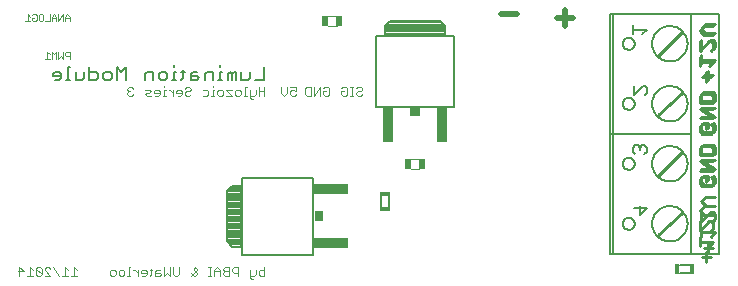
<source format=gbo>
G75*
%MOIN*%
%OFA0B0*%
%FSLAX24Y24*%
%IPPOS*%
%LPD*%
%AMOC8*
5,1,8,0,0,1.08239X$1,22.5*
%
%ADD10C,0.0100*%
%ADD11C,0.0030*%
%ADD12C,0.0080*%
%ADD13C,0.0200*%
%ADD14C,0.0020*%
%ADD15C,0.0010*%
%ADD16C,0.0040*%
%ADD17R,0.0197X0.0374*%
%ADD18R,0.1140X0.0340*%
%ADD19R,0.0300X0.0340*%
%ADD20C,0.0079*%
%ADD21R,0.0340X0.1140*%
%ADD22R,0.0340X0.0300*%
%ADD23C,0.0060*%
%ADD24R,0.0340X0.0160*%
%ADD25R,0.0160X0.0340*%
%ADD26C,0.0050*%
D10*
X025314Y002210D02*
X026114Y002960D01*
X026694Y003038D02*
X026847Y003191D01*
X027154Y003191D01*
X027214Y003197D02*
X026907Y003197D01*
X026754Y003350D01*
X026907Y003504D01*
X027214Y003504D01*
X027077Y003853D02*
X026771Y003853D01*
X026694Y003930D01*
X026694Y004083D01*
X026771Y004160D01*
X026924Y004160D01*
X026924Y004007D01*
X026984Y004053D02*
X026984Y004207D01*
X026831Y004207D01*
X026754Y004130D01*
X026754Y003977D01*
X026831Y003900D01*
X027137Y003900D01*
X027214Y003977D01*
X027214Y004130D01*
X027137Y004207D01*
X027077Y004160D02*
X027154Y004083D01*
X027154Y003930D01*
X027077Y003853D01*
X027154Y004369D02*
X026694Y004369D01*
X026754Y004416D02*
X027214Y004416D01*
X026754Y004723D01*
X027214Y004723D01*
X027154Y004676D02*
X026694Y004676D01*
X027154Y004369D01*
X027154Y004884D02*
X026694Y004884D01*
X026694Y005115D01*
X026771Y005191D01*
X027077Y005191D01*
X027154Y005115D01*
X027154Y004884D01*
X027214Y004931D02*
X027214Y005161D01*
X027137Y005238D01*
X026831Y005238D01*
X026754Y005161D01*
X026754Y004931D01*
X027214Y004931D01*
X026104Y004990D02*
X025314Y004200D01*
X026694Y003038D02*
X026847Y002884D01*
X027154Y002884D01*
X027214Y002911D02*
X027214Y002758D01*
X027137Y002681D01*
X027077Y002676D02*
X027154Y002599D01*
X027154Y002445D01*
X027077Y002369D01*
X027214Y002319D02*
X026754Y002319D01*
X026694Y002369D02*
X027001Y002676D01*
X027077Y002676D01*
X027214Y002911D02*
X027137Y002988D01*
X027061Y002988D01*
X026754Y002681D01*
X026754Y002988D01*
X026694Y002676D02*
X026694Y002369D01*
X026754Y002473D02*
X026754Y002166D01*
X026694Y002160D02*
X026694Y001853D01*
X026831Y001803D02*
X027137Y001803D01*
X027001Y001853D02*
X027154Y002007D01*
X026694Y002007D01*
X026984Y001957D02*
X026984Y001650D01*
X026924Y001644D02*
X026924Y001337D01*
X027077Y001491D02*
X026771Y001491D01*
X027061Y002166D02*
X027214Y002319D01*
X027077Y005603D02*
X026771Y005603D01*
X026694Y005680D01*
X026694Y005833D01*
X026771Y005910D01*
X026924Y005910D01*
X026924Y005757D01*
X026984Y005803D02*
X026984Y005957D01*
X026831Y005957D01*
X026754Y005880D01*
X026754Y005727D01*
X026831Y005650D01*
X027137Y005650D01*
X027214Y005727D01*
X027214Y005880D01*
X027137Y005957D01*
X027077Y005910D02*
X027154Y005833D01*
X027154Y005680D01*
X027077Y005603D01*
X027154Y006119D02*
X026694Y006119D01*
X026754Y006166D02*
X027214Y006166D01*
X026754Y006473D01*
X027214Y006473D01*
X027154Y006426D02*
X026694Y006426D01*
X027154Y006119D01*
X027154Y006634D02*
X026694Y006634D01*
X026694Y006865D01*
X026771Y006941D01*
X027077Y006941D01*
X027154Y006865D01*
X027154Y006634D01*
X027214Y006681D02*
X027214Y006911D01*
X027137Y006988D01*
X026831Y006988D01*
X026754Y006911D01*
X026754Y006681D01*
X027214Y006681D01*
X026114Y006960D02*
X025314Y006210D01*
X026924Y007337D02*
X026924Y007644D01*
X026984Y007707D02*
X026984Y007400D01*
X027077Y007491D02*
X026771Y007491D01*
X026831Y007553D02*
X027137Y007553D01*
X027001Y007853D02*
X027154Y008007D01*
X026694Y008007D01*
X026754Y008069D02*
X027214Y008069D01*
X027061Y007916D01*
X026754Y007916D02*
X026754Y008223D01*
X026694Y008160D02*
X026694Y007853D01*
X026694Y008369D02*
X027001Y008676D01*
X027077Y008676D01*
X027154Y008599D01*
X027154Y008445D01*
X027077Y008369D01*
X027137Y008431D02*
X027214Y008508D01*
X027214Y008661D01*
X027137Y008738D01*
X027061Y008738D01*
X026754Y008431D01*
X026754Y008738D01*
X026694Y008676D02*
X026694Y008369D01*
X026847Y008884D02*
X026694Y009038D01*
X026847Y009191D01*
X027154Y009191D01*
X027214Y009254D02*
X026907Y009254D01*
X026754Y009100D01*
X026907Y008947D01*
X027214Y008947D01*
X027154Y008884D02*
X026847Y008884D01*
X026104Y008990D02*
X025314Y008200D01*
D11*
X004171Y001010D02*
X003977Y001010D01*
X004026Y000865D02*
X004026Y001155D01*
X004171Y001010D01*
X004272Y000865D02*
X004466Y000865D01*
X004369Y000865D02*
X004369Y001155D01*
X004466Y001058D01*
X004567Y001107D02*
X004760Y000913D01*
X004712Y000865D01*
X004615Y000865D01*
X004567Y000913D01*
X004567Y001107D01*
X004615Y001155D01*
X004712Y001155D01*
X004760Y001107D01*
X004760Y000913D01*
X004861Y000865D02*
X005055Y000865D01*
X004861Y001058D01*
X004861Y001107D01*
X004910Y001155D01*
X005006Y001155D01*
X005055Y001107D01*
X005156Y001155D02*
X005349Y000865D01*
X005451Y000865D02*
X005644Y000865D01*
X005547Y000865D02*
X005547Y001155D01*
X005644Y001058D01*
X005842Y001155D02*
X005842Y000865D01*
X005939Y000865D02*
X005745Y000865D01*
X005939Y001058D02*
X005842Y001155D01*
X007035Y001010D02*
X007035Y000913D01*
X007084Y000865D01*
X007180Y000865D01*
X007229Y000913D01*
X007229Y001010D01*
X007180Y001058D01*
X007084Y001058D01*
X007035Y001010D01*
X007330Y001010D02*
X007330Y000913D01*
X007378Y000865D01*
X007475Y000865D01*
X007523Y000913D01*
X007523Y001010D01*
X007475Y001058D01*
X007378Y001058D01*
X007330Y001010D01*
X007623Y000865D02*
X007720Y000865D01*
X007672Y000865D02*
X007672Y001155D01*
X007720Y001155D01*
X007820Y001058D02*
X007869Y001058D01*
X007965Y000962D01*
X007965Y001058D02*
X007965Y000865D01*
X008067Y000962D02*
X008260Y000962D01*
X008260Y001010D02*
X008212Y001058D01*
X008115Y001058D01*
X008067Y001010D01*
X008067Y000962D01*
X008115Y000865D02*
X008212Y000865D01*
X008260Y000913D01*
X008260Y001010D01*
X008360Y001058D02*
X008457Y001058D01*
X008408Y001107D02*
X008408Y000913D01*
X008360Y000865D01*
X008558Y000865D02*
X008703Y000865D01*
X008751Y000913D01*
X008703Y000962D01*
X008558Y000962D01*
X008558Y001010D02*
X008558Y000865D01*
X008558Y001010D02*
X008606Y001058D01*
X008703Y001058D01*
X008852Y001155D02*
X008852Y000865D01*
X008949Y000962D01*
X009046Y000865D01*
X009046Y001155D01*
X009147Y001155D02*
X009147Y000913D01*
X009195Y000865D01*
X009292Y000865D01*
X009340Y000913D01*
X009340Y001155D01*
X009736Y000962D02*
X009833Y000865D01*
X009881Y000865D01*
X009930Y000913D01*
X009930Y000962D01*
X009833Y001058D01*
X009833Y001107D01*
X009881Y001155D01*
X009930Y001107D01*
X009930Y001058D01*
X009736Y000865D01*
X010324Y000865D02*
X010421Y000865D01*
X010372Y000865D02*
X010372Y001155D01*
X010324Y001155D02*
X010421Y001155D01*
X010522Y001058D02*
X010522Y000865D01*
X010522Y001010D02*
X010716Y001010D01*
X010716Y001058D02*
X010716Y000865D01*
X010817Y000913D02*
X010817Y000962D01*
X010865Y001010D01*
X011010Y001010D01*
X011111Y001010D02*
X011111Y001107D01*
X011160Y001155D01*
X011305Y001155D01*
X011305Y000865D01*
X011305Y000962D02*
X011160Y000962D01*
X011111Y001010D01*
X011010Y000865D02*
X010865Y000865D01*
X010817Y000913D01*
X010865Y001010D02*
X010817Y001058D01*
X010817Y001107D01*
X010865Y001155D01*
X011010Y001155D01*
X011010Y000865D01*
X010716Y001058D02*
X010619Y001155D01*
X010522Y001058D01*
X011701Y001058D02*
X011701Y000817D01*
X011749Y000768D01*
X011797Y000768D01*
X011846Y000865D02*
X011701Y000865D01*
X011846Y000865D02*
X011894Y000913D01*
X011894Y001058D01*
X011995Y001010D02*
X012044Y001058D01*
X012189Y001058D01*
X012189Y001155D02*
X012189Y000865D01*
X012044Y000865D01*
X011995Y000913D01*
X011995Y001010D01*
X011797Y006768D02*
X011749Y006768D01*
X011701Y006817D01*
X011701Y007058D01*
X011599Y007155D02*
X011551Y007155D01*
X011551Y006865D01*
X011599Y006865D02*
X011503Y006865D01*
X011403Y006913D02*
X011355Y006865D01*
X011258Y006865D01*
X011210Y006913D01*
X011210Y007010D01*
X011258Y007058D01*
X011355Y007058D01*
X011403Y007010D01*
X011403Y006913D01*
X011108Y006865D02*
X010915Y006865D01*
X010814Y006913D02*
X010765Y006865D01*
X010669Y006865D01*
X010620Y006913D01*
X010620Y007010D01*
X010669Y007058D01*
X010765Y007058D01*
X010814Y007010D01*
X010814Y006913D01*
X010915Y007058D02*
X011108Y006865D01*
X011108Y007058D02*
X010915Y007058D01*
X010519Y007058D02*
X010471Y007058D01*
X010471Y006865D01*
X010519Y006865D02*
X010422Y006865D01*
X010323Y006913D02*
X010274Y006865D01*
X010129Y006865D01*
X010129Y007058D02*
X010274Y007058D01*
X010323Y007010D01*
X010323Y006913D01*
X010471Y007155D02*
X010471Y007204D01*
X009733Y007107D02*
X009733Y007058D01*
X009685Y007010D01*
X009588Y007010D01*
X009540Y006962D01*
X009540Y006913D01*
X009588Y006865D01*
X009685Y006865D01*
X009733Y006913D01*
X009439Y006913D02*
X009439Y007010D01*
X009390Y007058D01*
X009294Y007058D01*
X009245Y007010D01*
X009245Y006962D01*
X009439Y006962D01*
X009439Y006913D02*
X009390Y006865D01*
X009294Y006865D01*
X009144Y006865D02*
X009144Y007058D01*
X009144Y006962D02*
X009047Y007058D01*
X008999Y007058D01*
X008899Y007058D02*
X008850Y007058D01*
X008850Y006865D01*
X008802Y006865D02*
X008899Y006865D01*
X008702Y006913D02*
X008702Y007010D01*
X008654Y007058D01*
X008557Y007058D01*
X008509Y007010D01*
X008509Y006962D01*
X008702Y006962D01*
X008702Y006913D02*
X008654Y006865D01*
X008557Y006865D01*
X008407Y006865D02*
X008262Y006865D01*
X008214Y006913D01*
X008262Y006962D01*
X008359Y006962D01*
X008407Y007010D01*
X008359Y007058D01*
X008214Y007058D01*
X007818Y007107D02*
X007770Y007155D01*
X007673Y007155D01*
X007625Y007107D01*
X007625Y007058D01*
X007673Y007010D01*
X007625Y006962D01*
X007625Y006913D01*
X007673Y006865D01*
X007770Y006865D01*
X007818Y006913D01*
X007721Y007010D02*
X007673Y007010D01*
X008850Y007155D02*
X008850Y007204D01*
X009540Y007107D02*
X009588Y007155D01*
X009685Y007155D01*
X009733Y007107D01*
X011701Y006865D02*
X011846Y006865D01*
X011894Y006913D01*
X011894Y007058D01*
X011995Y007010D02*
X012189Y007010D01*
X012189Y006865D02*
X012189Y007155D01*
X011995Y007155D02*
X011995Y006865D01*
D12*
X011884Y007390D02*
X012164Y007390D01*
X012164Y007810D01*
X011703Y007670D02*
X011703Y007460D01*
X011633Y007390D01*
X011423Y007390D01*
X011423Y007670D01*
X011243Y007670D02*
X011173Y007670D01*
X011103Y007600D01*
X011033Y007670D01*
X010963Y007600D01*
X010963Y007390D01*
X011103Y007390D02*
X011103Y007600D01*
X011243Y007670D02*
X011243Y007390D01*
X010783Y007390D02*
X010642Y007390D01*
X010713Y007390D02*
X010713Y007670D01*
X010783Y007670D01*
X010713Y007810D02*
X010713Y007880D01*
X010476Y007670D02*
X010265Y007670D01*
X010195Y007600D01*
X010195Y007390D01*
X010015Y007460D02*
X009945Y007390D01*
X009735Y007390D01*
X009735Y007600D01*
X009805Y007670D01*
X009945Y007670D01*
X010476Y007670D02*
X010476Y007390D01*
X010015Y007460D02*
X009945Y007530D01*
X009735Y007530D01*
X009485Y007460D02*
X009415Y007390D01*
X009485Y007460D02*
X009485Y007740D01*
X009555Y007670D02*
X009415Y007670D01*
X009248Y007670D02*
X009178Y007670D01*
X009178Y007390D01*
X009248Y007390D02*
X009108Y007390D01*
X008941Y007460D02*
X008871Y007390D01*
X008731Y007390D01*
X008661Y007460D01*
X008661Y007600D01*
X008731Y007670D01*
X008871Y007670D01*
X008941Y007600D01*
X008941Y007460D01*
X008481Y007390D02*
X008481Y007670D01*
X008270Y007670D01*
X008200Y007600D01*
X008200Y007390D01*
X007560Y007390D02*
X007560Y007810D01*
X007420Y007670D01*
X007280Y007810D01*
X007280Y007390D01*
X007099Y007460D02*
X007029Y007390D01*
X006889Y007390D01*
X006819Y007460D01*
X006819Y007600D01*
X006889Y007670D01*
X007029Y007670D01*
X007099Y007600D01*
X007099Y007460D01*
X006639Y007460D02*
X006639Y007600D01*
X006569Y007670D01*
X006359Y007670D01*
X006359Y007810D02*
X006359Y007390D01*
X006569Y007390D01*
X006639Y007460D01*
X006179Y007460D02*
X006179Y007670D01*
X005898Y007670D02*
X005898Y007390D01*
X006109Y007390D01*
X006179Y007460D01*
X005718Y007390D02*
X005578Y007390D01*
X005648Y007390D02*
X005648Y007810D01*
X005718Y007810D01*
X005411Y007600D02*
X005341Y007670D01*
X005201Y007670D01*
X005131Y007600D01*
X005131Y007530D01*
X005411Y007530D01*
X005411Y007460D02*
X005411Y007600D01*
X005411Y007460D02*
X005341Y007390D01*
X005201Y007390D01*
X009178Y007810D02*
X009178Y007880D01*
X015913Y008860D02*
X018494Y008860D01*
X018494Y006500D01*
X015914Y006500D01*
X015914Y008860D01*
X016194Y008900D02*
X018214Y008900D01*
X018214Y009180D01*
X018034Y009360D01*
X016374Y009360D01*
X016194Y009180D01*
X016194Y008900D01*
X013804Y004140D02*
X011444Y004140D01*
X011444Y001560D01*
X013804Y001560D01*
X013804Y004140D01*
X011404Y003860D02*
X011404Y001840D01*
X011124Y001840D01*
X010944Y002020D01*
X010944Y003680D01*
X011124Y003860D01*
X011404Y003860D01*
D13*
X022204Y009200D02*
X022204Y009734D01*
X022471Y009467D02*
X021937Y009467D01*
X020604Y009600D02*
X020070Y009600D01*
D14*
X015444Y007110D02*
X015444Y007060D01*
X015394Y007010D01*
X015294Y007010D01*
X015244Y006960D01*
X015244Y006910D01*
X015294Y006860D01*
X015394Y006860D01*
X015444Y006910D01*
X015149Y006860D02*
X015049Y006860D01*
X015099Y006860D02*
X015099Y007160D01*
X015149Y007160D02*
X015049Y007160D01*
X014953Y007110D02*
X014953Y006910D01*
X014903Y006860D01*
X014803Y006860D01*
X014753Y006910D01*
X014753Y007010D01*
X014853Y007010D01*
X014953Y007110D02*
X014903Y007160D01*
X014803Y007160D01*
X014753Y007110D01*
X014344Y007110D02*
X014344Y006910D01*
X014294Y006860D01*
X014194Y006860D01*
X014144Y006910D01*
X014144Y007010D01*
X014244Y007010D01*
X014344Y007110D02*
X014294Y007160D01*
X014194Y007160D01*
X014144Y007110D01*
X014049Y007160D02*
X013849Y006860D01*
X013849Y007160D01*
X013754Y007160D02*
X013604Y007160D01*
X013554Y007110D01*
X013554Y006910D01*
X013604Y006860D01*
X013754Y006860D01*
X013754Y007160D01*
X014049Y007160D02*
X014049Y006860D01*
X013244Y006910D02*
X013194Y006860D01*
X013094Y006860D01*
X013044Y006910D01*
X013044Y007010D01*
X013094Y007060D01*
X013144Y007060D01*
X013244Y007010D01*
X013244Y007160D01*
X013044Y007160D01*
X012949Y007160D02*
X012949Y006960D01*
X012849Y006860D01*
X012749Y006960D01*
X012749Y007160D01*
X015244Y007110D02*
X015294Y007160D01*
X015394Y007160D01*
X015444Y007110D01*
D15*
X005699Y008105D02*
X005699Y008335D01*
X005584Y008335D01*
X005545Y008297D01*
X005545Y008220D01*
X005584Y008182D01*
X005699Y008182D01*
X005478Y008105D02*
X005401Y008182D01*
X005324Y008105D01*
X005324Y008335D01*
X005257Y008335D02*
X005180Y008258D01*
X005103Y008335D01*
X005103Y008105D01*
X005036Y008105D02*
X004882Y008105D01*
X004959Y008105D02*
X004959Y008335D01*
X005036Y008258D01*
X005257Y008335D02*
X005257Y008105D01*
X005478Y008105D02*
X005478Y008335D01*
X005478Y009355D02*
X005478Y009585D01*
X005324Y009355D01*
X005324Y009585D01*
X005257Y009508D02*
X005180Y009585D01*
X005103Y009508D01*
X005103Y009355D01*
X005036Y009355D02*
X004882Y009355D01*
X004815Y009393D02*
X004776Y009355D01*
X004700Y009355D01*
X004661Y009393D01*
X004661Y009547D01*
X004700Y009585D01*
X004776Y009585D01*
X004815Y009547D01*
X004815Y009393D01*
X004594Y009393D02*
X004555Y009355D01*
X004479Y009355D01*
X004440Y009393D01*
X004440Y009470D01*
X004517Y009470D01*
X004440Y009547D02*
X004479Y009585D01*
X004555Y009585D01*
X004594Y009547D01*
X004594Y009393D01*
X004373Y009355D02*
X004219Y009355D01*
X004296Y009355D02*
X004296Y009585D01*
X004373Y009508D01*
X005036Y009585D02*
X005036Y009355D01*
X005103Y009470D02*
X005257Y009470D01*
X005257Y009508D02*
X005257Y009355D01*
X005545Y009355D02*
X005545Y009508D01*
X005622Y009585D01*
X005699Y009508D01*
X005699Y009355D01*
X005699Y009470D02*
X005545Y009470D01*
D16*
X014314Y009520D02*
X014594Y009520D01*
X014594Y009185D02*
X014314Y009185D01*
X017064Y004765D02*
X017344Y004765D01*
X017344Y004430D02*
X017064Y004430D01*
D17*
X016972Y004598D03*
X017432Y004598D03*
X014685Y009352D03*
X014225Y009352D03*
D18*
X014414Y003750D03*
X014414Y001950D03*
D19*
X013994Y002850D03*
D20*
X011404Y002838D02*
X010944Y002838D01*
X010944Y002915D02*
X011404Y002915D01*
X011404Y002992D02*
X010944Y002992D01*
X010944Y003069D02*
X011404Y003069D01*
X011404Y003146D02*
X010944Y003146D01*
X010944Y003223D02*
X011404Y003223D01*
X011404Y003301D02*
X010944Y003301D01*
X010944Y003378D02*
X011404Y003378D01*
X011404Y003455D02*
X010944Y003455D01*
X010944Y003532D02*
X011404Y003532D01*
X011404Y003609D02*
X010944Y003609D01*
X010944Y003680D02*
X010944Y002020D01*
X011124Y001840D01*
X011404Y001840D01*
X011404Y003860D01*
X011124Y003860D01*
X010944Y003680D01*
X010950Y003686D02*
X011404Y003686D01*
X011404Y003764D02*
X011027Y003764D01*
X011105Y003841D02*
X011404Y003841D01*
X011404Y002761D02*
X010944Y002761D01*
X010944Y002683D02*
X011404Y002683D01*
X011404Y002606D02*
X010944Y002606D01*
X010944Y002529D02*
X011404Y002529D01*
X011404Y002452D02*
X010944Y002452D01*
X010944Y002375D02*
X011404Y002375D01*
X011404Y002298D02*
X010944Y002298D01*
X010944Y002220D02*
X011404Y002220D01*
X011404Y002143D02*
X010944Y002143D01*
X010944Y002066D02*
X011404Y002066D01*
X011404Y001989D02*
X010975Y001989D01*
X011052Y001912D02*
X011404Y001912D01*
X016194Y008900D02*
X018214Y008900D01*
X018214Y009180D01*
X018034Y009360D01*
X016374Y009360D01*
X016194Y009180D01*
X016194Y008900D01*
X016194Y008933D02*
X018214Y008933D01*
X018214Y009011D02*
X016194Y009011D01*
X016194Y009088D02*
X018214Y009088D01*
X018214Y009165D02*
X016194Y009165D01*
X016256Y009242D02*
X018152Y009242D01*
X018075Y009319D02*
X016333Y009319D01*
D21*
X016304Y005890D03*
X018104Y005890D03*
D22*
X017204Y006310D03*
D23*
X023704Y005600D02*
X023704Y009600D01*
X023804Y009600D01*
X023804Y001600D01*
X026404Y001600D01*
X026404Y002250D01*
X026404Y002950D01*
X026404Y004250D01*
X026404Y004950D01*
X026404Y005600D01*
X023704Y005600D01*
X023704Y001600D01*
X023804Y001600D01*
X026034Y001240D02*
X026374Y001240D01*
X026374Y000960D02*
X026034Y000960D01*
X026404Y001600D02*
X027354Y001600D01*
X027354Y009600D01*
X026404Y009600D01*
X026404Y008950D01*
X026404Y008250D01*
X026404Y006950D01*
X026404Y006250D01*
X026404Y005600D01*
X025114Y006600D02*
X025116Y006648D01*
X025122Y006696D01*
X025132Y006743D01*
X025145Y006789D01*
X025162Y006834D01*
X025183Y006877D01*
X025208Y006919D01*
X025235Y006958D01*
X025266Y006995D01*
X025300Y007030D01*
X025336Y007061D01*
X025375Y007090D01*
X025416Y007115D01*
X025459Y007137D01*
X025503Y007155D01*
X025549Y007169D01*
X025596Y007180D01*
X025644Y007187D01*
X025692Y007190D01*
X025740Y007189D01*
X025788Y007184D01*
X025835Y007175D01*
X025882Y007163D01*
X025927Y007146D01*
X025971Y007126D01*
X026013Y007103D01*
X026053Y007076D01*
X026090Y007046D01*
X026125Y007013D01*
X026158Y006977D01*
X026187Y006939D01*
X026213Y006898D01*
X026236Y006856D01*
X026255Y006812D01*
X026270Y006766D01*
X026282Y006720D01*
X026290Y006672D01*
X026294Y006624D01*
X026294Y006576D01*
X026290Y006528D01*
X026282Y006480D01*
X026270Y006434D01*
X026255Y006388D01*
X026236Y006344D01*
X026213Y006302D01*
X026187Y006261D01*
X026158Y006223D01*
X026125Y006187D01*
X026090Y006154D01*
X026053Y006124D01*
X026013Y006097D01*
X025971Y006074D01*
X025927Y006054D01*
X025882Y006037D01*
X025835Y006025D01*
X025788Y006016D01*
X025740Y006011D01*
X025692Y006010D01*
X025644Y006013D01*
X025596Y006020D01*
X025549Y006031D01*
X025503Y006045D01*
X025459Y006063D01*
X025416Y006085D01*
X025375Y006110D01*
X025336Y006139D01*
X025300Y006170D01*
X025266Y006205D01*
X025235Y006242D01*
X025208Y006281D01*
X025183Y006323D01*
X025162Y006366D01*
X025145Y006411D01*
X025132Y006457D01*
X025122Y006504D01*
X025116Y006552D01*
X025114Y006600D01*
X024134Y006600D02*
X024136Y006628D01*
X024142Y006655D01*
X024151Y006681D01*
X024164Y006706D01*
X024181Y006729D01*
X024200Y006749D01*
X024222Y006766D01*
X024246Y006780D01*
X024272Y006790D01*
X024299Y006797D01*
X024327Y006800D01*
X024355Y006799D01*
X024382Y006794D01*
X024409Y006785D01*
X024434Y006773D01*
X024457Y006758D01*
X024478Y006739D01*
X024496Y006718D01*
X024511Y006694D01*
X024522Y006668D01*
X024530Y006642D01*
X024534Y006614D01*
X024534Y006586D01*
X024530Y006558D01*
X024522Y006532D01*
X024511Y006506D01*
X024496Y006482D01*
X024478Y006461D01*
X024457Y006442D01*
X024434Y006427D01*
X024409Y006415D01*
X024382Y006406D01*
X024355Y006401D01*
X024327Y006400D01*
X024299Y006403D01*
X024272Y006410D01*
X024246Y006420D01*
X024222Y006434D01*
X024200Y006451D01*
X024181Y006471D01*
X024164Y006494D01*
X024151Y006519D01*
X024142Y006545D01*
X024136Y006572D01*
X024134Y006600D01*
X024134Y004600D02*
X024136Y004628D01*
X024142Y004655D01*
X024151Y004681D01*
X024164Y004706D01*
X024181Y004729D01*
X024200Y004749D01*
X024222Y004766D01*
X024246Y004780D01*
X024272Y004790D01*
X024299Y004797D01*
X024327Y004800D01*
X024355Y004799D01*
X024382Y004794D01*
X024409Y004785D01*
X024434Y004773D01*
X024457Y004758D01*
X024478Y004739D01*
X024496Y004718D01*
X024511Y004694D01*
X024522Y004668D01*
X024530Y004642D01*
X024534Y004614D01*
X024534Y004586D01*
X024530Y004558D01*
X024522Y004532D01*
X024511Y004506D01*
X024496Y004482D01*
X024478Y004461D01*
X024457Y004442D01*
X024434Y004427D01*
X024409Y004415D01*
X024382Y004406D01*
X024355Y004401D01*
X024327Y004400D01*
X024299Y004403D01*
X024272Y004410D01*
X024246Y004420D01*
X024222Y004434D01*
X024200Y004451D01*
X024181Y004471D01*
X024164Y004494D01*
X024151Y004519D01*
X024142Y004545D01*
X024136Y004572D01*
X024134Y004600D01*
X025114Y004600D02*
X025116Y004648D01*
X025122Y004696D01*
X025132Y004743D01*
X025145Y004789D01*
X025162Y004834D01*
X025183Y004877D01*
X025208Y004919D01*
X025235Y004958D01*
X025266Y004995D01*
X025300Y005030D01*
X025336Y005061D01*
X025375Y005090D01*
X025416Y005115D01*
X025459Y005137D01*
X025503Y005155D01*
X025549Y005169D01*
X025596Y005180D01*
X025644Y005187D01*
X025692Y005190D01*
X025740Y005189D01*
X025788Y005184D01*
X025835Y005175D01*
X025882Y005163D01*
X025927Y005146D01*
X025971Y005126D01*
X026013Y005103D01*
X026053Y005076D01*
X026090Y005046D01*
X026125Y005013D01*
X026158Y004977D01*
X026187Y004939D01*
X026213Y004898D01*
X026236Y004856D01*
X026255Y004812D01*
X026270Y004766D01*
X026282Y004720D01*
X026290Y004672D01*
X026294Y004624D01*
X026294Y004576D01*
X026290Y004528D01*
X026282Y004480D01*
X026270Y004434D01*
X026255Y004388D01*
X026236Y004344D01*
X026213Y004302D01*
X026187Y004261D01*
X026158Y004223D01*
X026125Y004187D01*
X026090Y004154D01*
X026053Y004124D01*
X026013Y004097D01*
X025971Y004074D01*
X025927Y004054D01*
X025882Y004037D01*
X025835Y004025D01*
X025788Y004016D01*
X025740Y004011D01*
X025692Y004010D01*
X025644Y004013D01*
X025596Y004020D01*
X025549Y004031D01*
X025503Y004045D01*
X025459Y004063D01*
X025416Y004085D01*
X025375Y004110D01*
X025336Y004139D01*
X025300Y004170D01*
X025266Y004205D01*
X025235Y004242D01*
X025208Y004281D01*
X025183Y004323D01*
X025162Y004366D01*
X025145Y004411D01*
X025132Y004457D01*
X025122Y004504D01*
X025116Y004552D01*
X025114Y004600D01*
X025114Y002600D02*
X025116Y002648D01*
X025122Y002696D01*
X025132Y002743D01*
X025145Y002789D01*
X025162Y002834D01*
X025183Y002877D01*
X025208Y002919D01*
X025235Y002958D01*
X025266Y002995D01*
X025300Y003030D01*
X025336Y003061D01*
X025375Y003090D01*
X025416Y003115D01*
X025459Y003137D01*
X025503Y003155D01*
X025549Y003169D01*
X025596Y003180D01*
X025644Y003187D01*
X025692Y003190D01*
X025740Y003189D01*
X025788Y003184D01*
X025835Y003175D01*
X025882Y003163D01*
X025927Y003146D01*
X025971Y003126D01*
X026013Y003103D01*
X026053Y003076D01*
X026090Y003046D01*
X026125Y003013D01*
X026158Y002977D01*
X026187Y002939D01*
X026213Y002898D01*
X026236Y002856D01*
X026255Y002812D01*
X026270Y002766D01*
X026282Y002720D01*
X026290Y002672D01*
X026294Y002624D01*
X026294Y002576D01*
X026290Y002528D01*
X026282Y002480D01*
X026270Y002434D01*
X026255Y002388D01*
X026236Y002344D01*
X026213Y002302D01*
X026187Y002261D01*
X026158Y002223D01*
X026125Y002187D01*
X026090Y002154D01*
X026053Y002124D01*
X026013Y002097D01*
X025971Y002074D01*
X025927Y002054D01*
X025882Y002037D01*
X025835Y002025D01*
X025788Y002016D01*
X025740Y002011D01*
X025692Y002010D01*
X025644Y002013D01*
X025596Y002020D01*
X025549Y002031D01*
X025503Y002045D01*
X025459Y002063D01*
X025416Y002085D01*
X025375Y002110D01*
X025336Y002139D01*
X025300Y002170D01*
X025266Y002205D01*
X025235Y002242D01*
X025208Y002281D01*
X025183Y002323D01*
X025162Y002366D01*
X025145Y002411D01*
X025132Y002457D01*
X025122Y002504D01*
X025116Y002552D01*
X025114Y002600D01*
X024134Y002600D02*
X024136Y002628D01*
X024142Y002655D01*
X024151Y002681D01*
X024164Y002706D01*
X024181Y002729D01*
X024200Y002749D01*
X024222Y002766D01*
X024246Y002780D01*
X024272Y002790D01*
X024299Y002797D01*
X024327Y002800D01*
X024355Y002799D01*
X024382Y002794D01*
X024409Y002785D01*
X024434Y002773D01*
X024457Y002758D01*
X024478Y002739D01*
X024496Y002718D01*
X024511Y002694D01*
X024522Y002668D01*
X024530Y002642D01*
X024534Y002614D01*
X024534Y002586D01*
X024530Y002558D01*
X024522Y002532D01*
X024511Y002506D01*
X024496Y002482D01*
X024478Y002461D01*
X024457Y002442D01*
X024434Y002427D01*
X024409Y002415D01*
X024382Y002406D01*
X024355Y002401D01*
X024327Y002400D01*
X024299Y002403D01*
X024272Y002410D01*
X024246Y002420D01*
X024222Y002434D01*
X024200Y002451D01*
X024181Y002471D01*
X024164Y002494D01*
X024151Y002519D01*
X024142Y002545D01*
X024136Y002572D01*
X024134Y002600D01*
X016344Y003180D02*
X016344Y003520D01*
X016064Y003520D02*
X016064Y003180D01*
X024134Y008600D02*
X024136Y008628D01*
X024142Y008655D01*
X024151Y008681D01*
X024164Y008706D01*
X024181Y008729D01*
X024200Y008749D01*
X024222Y008766D01*
X024246Y008780D01*
X024272Y008790D01*
X024299Y008797D01*
X024327Y008800D01*
X024355Y008799D01*
X024382Y008794D01*
X024409Y008785D01*
X024434Y008773D01*
X024457Y008758D01*
X024478Y008739D01*
X024496Y008718D01*
X024511Y008694D01*
X024522Y008668D01*
X024530Y008642D01*
X024534Y008614D01*
X024534Y008586D01*
X024530Y008558D01*
X024522Y008532D01*
X024511Y008506D01*
X024496Y008482D01*
X024478Y008461D01*
X024457Y008442D01*
X024434Y008427D01*
X024409Y008415D01*
X024382Y008406D01*
X024355Y008401D01*
X024327Y008400D01*
X024299Y008403D01*
X024272Y008410D01*
X024246Y008420D01*
X024222Y008434D01*
X024200Y008451D01*
X024181Y008471D01*
X024164Y008494D01*
X024151Y008519D01*
X024142Y008545D01*
X024136Y008572D01*
X024134Y008600D01*
X025114Y008600D02*
X025116Y008648D01*
X025122Y008696D01*
X025132Y008743D01*
X025145Y008789D01*
X025162Y008834D01*
X025183Y008877D01*
X025208Y008919D01*
X025235Y008958D01*
X025266Y008995D01*
X025300Y009030D01*
X025336Y009061D01*
X025375Y009090D01*
X025416Y009115D01*
X025459Y009137D01*
X025503Y009155D01*
X025549Y009169D01*
X025596Y009180D01*
X025644Y009187D01*
X025692Y009190D01*
X025740Y009189D01*
X025788Y009184D01*
X025835Y009175D01*
X025882Y009163D01*
X025927Y009146D01*
X025971Y009126D01*
X026013Y009103D01*
X026053Y009076D01*
X026090Y009046D01*
X026125Y009013D01*
X026158Y008977D01*
X026187Y008939D01*
X026213Y008898D01*
X026236Y008856D01*
X026255Y008812D01*
X026270Y008766D01*
X026282Y008720D01*
X026290Y008672D01*
X026294Y008624D01*
X026294Y008576D01*
X026290Y008528D01*
X026282Y008480D01*
X026270Y008434D01*
X026255Y008388D01*
X026236Y008344D01*
X026213Y008302D01*
X026187Y008261D01*
X026158Y008223D01*
X026125Y008187D01*
X026090Y008154D01*
X026053Y008124D01*
X026013Y008097D01*
X025971Y008074D01*
X025927Y008054D01*
X025882Y008037D01*
X025835Y008025D01*
X025788Y008016D01*
X025740Y008011D01*
X025692Y008010D01*
X025644Y008013D01*
X025596Y008020D01*
X025549Y008031D01*
X025503Y008045D01*
X025459Y008063D01*
X025416Y008085D01*
X025375Y008110D01*
X025336Y008139D01*
X025300Y008170D01*
X025266Y008205D01*
X025235Y008242D01*
X025208Y008281D01*
X025183Y008323D01*
X025162Y008366D01*
X025145Y008411D01*
X025132Y008457D01*
X025122Y008504D01*
X025116Y008552D01*
X025114Y008600D01*
X026404Y009600D02*
X023804Y009600D01*
D24*
X016204Y003600D03*
X016204Y003100D03*
D25*
X025954Y001100D03*
X026454Y001100D03*
D26*
X024724Y002895D02*
X024724Y003195D01*
X024499Y003120D02*
X024949Y003120D01*
X024724Y002895D01*
X024854Y004915D02*
X024929Y004990D01*
X024929Y005140D01*
X024854Y005215D01*
X024779Y005215D01*
X024704Y005140D01*
X024629Y005215D01*
X024554Y005215D01*
X024479Y005140D01*
X024479Y004990D01*
X024554Y004915D01*
X024704Y005065D02*
X024704Y005140D01*
X024874Y006895D02*
X024949Y006970D01*
X024949Y007120D01*
X024874Y007195D01*
X024799Y007195D01*
X024499Y006895D01*
X024499Y007195D01*
X024479Y008915D02*
X024479Y009215D01*
X024479Y009065D02*
X024929Y009065D01*
X024779Y008915D01*
M02*

</source>
